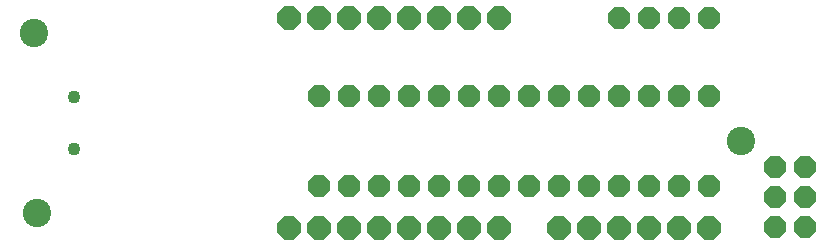
<source format=gbr>
G04 EAGLE Gerber RS-274X export*
G75*
%MOMM*%
%FSLAX34Y34*%
%LPD*%
%INSoldermask Bottom*%
%IPPOS*%
%AMOC8*
5,1,8,0,0,1.08239X$1,22.5*%
G01*
%ADD10C,2.403200*%
%ADD11P,1.951982X8X202.500000*%
%ADD12P,2.034460X8X292.500000*%
%ADD13P,2.144431X8X292.500000*%
%ADD14P,2.144431X8X112.500000*%
%ADD15P,2.034460X8X112.500000*%
%ADD16C,1.103200*%


D10*
X623570Y87630D03*
X25400Y179070D03*
X27940Y26670D03*
D11*
X596900Y125730D03*
X571500Y125730D03*
X495300Y125730D03*
X469900Y125730D03*
X546100Y125730D03*
X520700Y125730D03*
X444500Y125730D03*
X419100Y125730D03*
X393700Y125730D03*
X368300Y125730D03*
X342900Y125730D03*
X317500Y125730D03*
X292100Y125730D03*
X266700Y125730D03*
X266700Y49530D03*
X292100Y49530D03*
X317500Y49530D03*
X342900Y49530D03*
X368300Y49530D03*
X393700Y49530D03*
X419100Y49530D03*
X444500Y49530D03*
X469900Y49530D03*
X495300Y49530D03*
X520700Y49530D03*
X546100Y49530D03*
X571500Y49530D03*
X596900Y49530D03*
D12*
X652780Y66040D03*
X678180Y66040D03*
X652780Y40640D03*
X678180Y40640D03*
X652780Y15240D03*
X678180Y15240D03*
D13*
X419100Y191770D03*
X393700Y191770D03*
X368300Y191770D03*
X342900Y191770D03*
X317500Y191770D03*
X292100Y191770D03*
X266700Y191770D03*
X241300Y191770D03*
D14*
X241300Y13970D03*
X266700Y13970D03*
X292100Y13970D03*
X317500Y13970D03*
X342900Y13970D03*
X368300Y13970D03*
X393700Y13970D03*
X419100Y13970D03*
X469900Y13970D03*
X495300Y13970D03*
X520700Y13970D03*
X546100Y13970D03*
X571500Y13970D03*
X596900Y13970D03*
D15*
X520700Y191770D03*
X546100Y191770D03*
X571500Y191770D03*
X596900Y191770D03*
D16*
X59530Y124870D03*
X59530Y80870D03*
M02*

</source>
